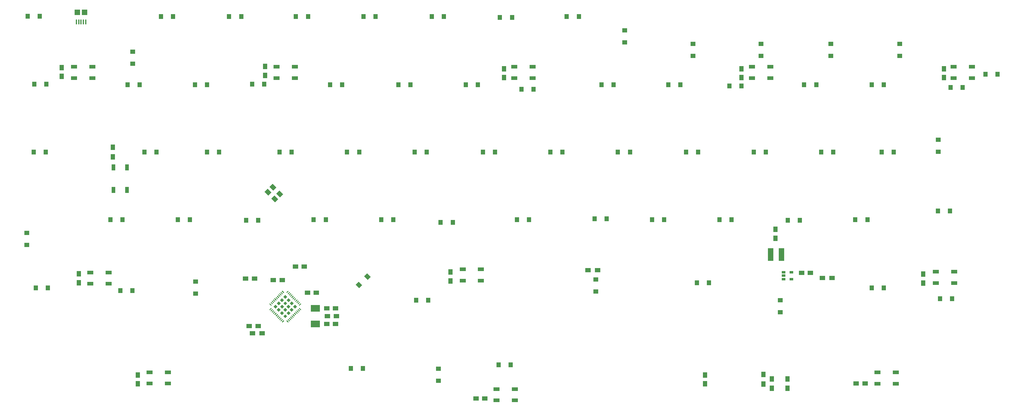
<source format=gbp>
G04 #@! TF.FileFunction,Paste,Bot*
%FSLAX46Y46*%
G04 Gerber Fmt 4.6, Leading zero omitted, Abs format (unit mm)*
G04 Created by KiCad (PCBNEW 4.0.7+dfsg1-1) date Sat Oct 21 17:46:25 2017*
%MOMM*%
%LPD*%
G01*
G04 APERTURE LIST*
%ADD10C,0.100000*%
%ADD11R,1.500000X1.250000*%
%ADD12R,1.250000X1.500000*%
%ADD13R,1.200000X1.400000*%
%ADD14R,1.400000X1.200000*%
%ADD15R,1.500000X3.600000*%
%ADD16R,1.300000X1.500000*%
%ADD17R,1.500000X1.300000*%
%ADD18R,1.651000X1.000000*%
%ADD19R,1.000000X1.700000*%
%ADD20R,1.060000X0.650000*%
%ADD21R,2.500000X1.900000*%
%ADD22R,1.500000X1.500000*%
%ADD23R,0.400000X1.350000*%
G04 APERTURE END LIST*
D10*
G36*
X140300495Y-119648444D02*
X140477272Y-119825221D01*
X139982297Y-120320196D01*
X139805520Y-120143419D01*
X140300495Y-119648444D01*
X140300495Y-119648444D01*
G37*
G36*
X140654048Y-120001997D02*
X140830825Y-120178774D01*
X140335850Y-120673749D01*
X140159073Y-120496972D01*
X140654048Y-120001997D01*
X140654048Y-120001997D01*
G37*
G36*
X141007602Y-120355551D02*
X141184379Y-120532328D01*
X140689404Y-121027303D01*
X140512627Y-120850526D01*
X141007602Y-120355551D01*
X141007602Y-120355551D01*
G37*
G36*
X141361155Y-120709104D02*
X141537932Y-120885881D01*
X141042957Y-121380856D01*
X140866180Y-121204079D01*
X141361155Y-120709104D01*
X141361155Y-120709104D01*
G37*
G36*
X141714709Y-121062658D02*
X141891486Y-121239435D01*
X141396511Y-121734410D01*
X141219734Y-121557633D01*
X141714709Y-121062658D01*
X141714709Y-121062658D01*
G37*
G36*
X142068262Y-121416211D02*
X142245039Y-121592988D01*
X141750064Y-122087963D01*
X141573287Y-121911186D01*
X142068262Y-121416211D01*
X142068262Y-121416211D01*
G37*
G36*
X142421815Y-121769764D02*
X142598592Y-121946541D01*
X142103617Y-122441516D01*
X141926840Y-122264739D01*
X142421815Y-121769764D01*
X142421815Y-121769764D01*
G37*
G36*
X142775369Y-122123318D02*
X142952146Y-122300095D01*
X142457171Y-122795070D01*
X142280394Y-122618293D01*
X142775369Y-122123318D01*
X142775369Y-122123318D01*
G37*
G36*
X143128922Y-122476871D02*
X143305699Y-122653648D01*
X142810724Y-123148623D01*
X142633947Y-122971846D01*
X143128922Y-122476871D01*
X143128922Y-122476871D01*
G37*
G36*
X143482476Y-122830425D02*
X143659253Y-123007202D01*
X143164278Y-123502177D01*
X142987501Y-123325400D01*
X143482476Y-122830425D01*
X143482476Y-122830425D01*
G37*
G36*
X143836029Y-123183978D02*
X144012806Y-123360755D01*
X143517831Y-123855730D01*
X143341054Y-123678953D01*
X143836029Y-123183978D01*
X143836029Y-123183978D01*
G37*
G36*
X144012806Y-124951745D02*
X143836029Y-125128522D01*
X143341054Y-124633547D01*
X143517831Y-124456770D01*
X144012806Y-124951745D01*
X144012806Y-124951745D01*
G37*
G36*
X143659253Y-125305298D02*
X143482476Y-125482075D01*
X142987501Y-124987100D01*
X143164278Y-124810323D01*
X143659253Y-125305298D01*
X143659253Y-125305298D01*
G37*
G36*
X143305699Y-125658852D02*
X143128922Y-125835629D01*
X142633947Y-125340654D01*
X142810724Y-125163877D01*
X143305699Y-125658852D01*
X143305699Y-125658852D01*
G37*
G36*
X142952146Y-126012405D02*
X142775369Y-126189182D01*
X142280394Y-125694207D01*
X142457171Y-125517430D01*
X142952146Y-126012405D01*
X142952146Y-126012405D01*
G37*
G36*
X142598592Y-126365959D02*
X142421815Y-126542736D01*
X141926840Y-126047761D01*
X142103617Y-125870984D01*
X142598592Y-126365959D01*
X142598592Y-126365959D01*
G37*
G36*
X142245039Y-126719512D02*
X142068262Y-126896289D01*
X141573287Y-126401314D01*
X141750064Y-126224537D01*
X142245039Y-126719512D01*
X142245039Y-126719512D01*
G37*
G36*
X141891486Y-127073065D02*
X141714709Y-127249842D01*
X141219734Y-126754867D01*
X141396511Y-126578090D01*
X141891486Y-127073065D01*
X141891486Y-127073065D01*
G37*
G36*
X141537932Y-127426619D02*
X141361155Y-127603396D01*
X140866180Y-127108421D01*
X141042957Y-126931644D01*
X141537932Y-127426619D01*
X141537932Y-127426619D01*
G37*
G36*
X141184379Y-127780172D02*
X141007602Y-127956949D01*
X140512627Y-127461974D01*
X140689404Y-127285197D01*
X141184379Y-127780172D01*
X141184379Y-127780172D01*
G37*
G36*
X140830825Y-128133726D02*
X140654048Y-128310503D01*
X140159073Y-127815528D01*
X140335850Y-127638751D01*
X140830825Y-128133726D01*
X140830825Y-128133726D01*
G37*
G36*
X140477272Y-128487279D02*
X140300495Y-128664056D01*
X139805520Y-128169081D01*
X139982297Y-127992304D01*
X140477272Y-128487279D01*
X140477272Y-128487279D01*
G37*
G36*
X139027703Y-127992304D02*
X139204480Y-128169081D01*
X138709505Y-128664056D01*
X138532728Y-128487279D01*
X139027703Y-127992304D01*
X139027703Y-127992304D01*
G37*
G36*
X138674150Y-127638751D02*
X138850927Y-127815528D01*
X138355952Y-128310503D01*
X138179175Y-128133726D01*
X138674150Y-127638751D01*
X138674150Y-127638751D01*
G37*
G36*
X138320596Y-127285197D02*
X138497373Y-127461974D01*
X138002398Y-127956949D01*
X137825621Y-127780172D01*
X138320596Y-127285197D01*
X138320596Y-127285197D01*
G37*
G36*
X137967043Y-126931644D02*
X138143820Y-127108421D01*
X137648845Y-127603396D01*
X137472068Y-127426619D01*
X137967043Y-126931644D01*
X137967043Y-126931644D01*
G37*
G36*
X137613489Y-126578090D02*
X137790266Y-126754867D01*
X137295291Y-127249842D01*
X137118514Y-127073065D01*
X137613489Y-126578090D01*
X137613489Y-126578090D01*
G37*
G36*
X137259936Y-126224537D02*
X137436713Y-126401314D01*
X136941738Y-126896289D01*
X136764961Y-126719512D01*
X137259936Y-126224537D01*
X137259936Y-126224537D01*
G37*
G36*
X136906383Y-125870984D02*
X137083160Y-126047761D01*
X136588185Y-126542736D01*
X136411408Y-126365959D01*
X136906383Y-125870984D01*
X136906383Y-125870984D01*
G37*
G36*
X136552829Y-125517430D02*
X136729606Y-125694207D01*
X136234631Y-126189182D01*
X136057854Y-126012405D01*
X136552829Y-125517430D01*
X136552829Y-125517430D01*
G37*
G36*
X136199276Y-125163877D02*
X136376053Y-125340654D01*
X135881078Y-125835629D01*
X135704301Y-125658852D01*
X136199276Y-125163877D01*
X136199276Y-125163877D01*
G37*
G36*
X135845722Y-124810323D02*
X136022499Y-124987100D01*
X135527524Y-125482075D01*
X135350747Y-125305298D01*
X135845722Y-124810323D01*
X135845722Y-124810323D01*
G37*
G36*
X135492169Y-124456770D02*
X135668946Y-124633547D01*
X135173971Y-125128522D01*
X134997194Y-124951745D01*
X135492169Y-124456770D01*
X135492169Y-124456770D01*
G37*
G36*
X135668946Y-123678953D02*
X135492169Y-123855730D01*
X134997194Y-123360755D01*
X135173971Y-123183978D01*
X135668946Y-123678953D01*
X135668946Y-123678953D01*
G37*
G36*
X136022499Y-123325400D02*
X135845722Y-123502177D01*
X135350747Y-123007202D01*
X135527524Y-122830425D01*
X136022499Y-123325400D01*
X136022499Y-123325400D01*
G37*
G36*
X136376053Y-122971846D02*
X136199276Y-123148623D01*
X135704301Y-122653648D01*
X135881078Y-122476871D01*
X136376053Y-122971846D01*
X136376053Y-122971846D01*
G37*
G36*
X136729606Y-122618293D02*
X136552829Y-122795070D01*
X136057854Y-122300095D01*
X136234631Y-122123318D01*
X136729606Y-122618293D01*
X136729606Y-122618293D01*
G37*
G36*
X137083160Y-122264739D02*
X136906383Y-122441516D01*
X136411408Y-121946541D01*
X136588185Y-121769764D01*
X137083160Y-122264739D01*
X137083160Y-122264739D01*
G37*
G36*
X137436713Y-121911186D02*
X137259936Y-122087963D01*
X136764961Y-121592988D01*
X136941738Y-121416211D01*
X137436713Y-121911186D01*
X137436713Y-121911186D01*
G37*
G36*
X137790266Y-121557633D02*
X137613489Y-121734410D01*
X137118514Y-121239435D01*
X137295291Y-121062658D01*
X137790266Y-121557633D01*
X137790266Y-121557633D01*
G37*
G36*
X138143820Y-121204079D02*
X137967043Y-121380856D01*
X137472068Y-120885881D01*
X137648845Y-120709104D01*
X138143820Y-121204079D01*
X138143820Y-121204079D01*
G37*
G36*
X138497373Y-120850526D02*
X138320596Y-121027303D01*
X137825621Y-120532328D01*
X138002398Y-120355551D01*
X138497373Y-120850526D01*
X138497373Y-120850526D01*
G37*
G36*
X138850927Y-120496972D02*
X138674150Y-120673749D01*
X138179175Y-120178774D01*
X138355952Y-120001997D01*
X138850927Y-120496972D01*
X138850927Y-120496972D01*
G37*
G36*
X139204480Y-120143419D02*
X139027703Y-120320196D01*
X138532728Y-119825221D01*
X138709505Y-119648444D01*
X139204480Y-120143419D01*
X139204480Y-120143419D01*
G37*
G36*
X139505000Y-126341210D02*
X140051240Y-126887450D01*
X139505000Y-127433690D01*
X138958760Y-126887450D01*
X139505000Y-126341210D01*
X139505000Y-126341210D01*
G37*
G36*
X138594600Y-125430810D02*
X139140840Y-125977050D01*
X138594600Y-126523290D01*
X138048360Y-125977050D01*
X138594600Y-125430810D01*
X138594600Y-125430810D01*
G37*
G36*
X137684200Y-124520410D02*
X138230440Y-125066650D01*
X137684200Y-125612890D01*
X137137960Y-125066650D01*
X137684200Y-124520410D01*
X137684200Y-124520410D01*
G37*
G36*
X136773800Y-123610010D02*
X137320040Y-124156250D01*
X136773800Y-124702490D01*
X136227560Y-124156250D01*
X136773800Y-123610010D01*
X136773800Y-123610010D01*
G37*
G36*
X140415400Y-125430810D02*
X140961640Y-125977050D01*
X140415400Y-126523290D01*
X139869160Y-125977050D01*
X140415400Y-125430810D01*
X140415400Y-125430810D01*
G37*
G36*
X139505000Y-124520410D02*
X140051240Y-125066650D01*
X139505000Y-125612890D01*
X138958760Y-125066650D01*
X139505000Y-124520410D01*
X139505000Y-124520410D01*
G37*
G36*
X138594600Y-123610010D02*
X139140840Y-124156250D01*
X138594600Y-124702490D01*
X138048360Y-124156250D01*
X138594600Y-123610010D01*
X138594600Y-123610010D01*
G37*
G36*
X137684200Y-122699610D02*
X138230440Y-123245850D01*
X137684200Y-123792090D01*
X137137960Y-123245850D01*
X137684200Y-122699610D01*
X137684200Y-122699610D01*
G37*
G36*
X141325800Y-124520410D02*
X141872040Y-125066650D01*
X141325800Y-125612890D01*
X140779560Y-125066650D01*
X141325800Y-124520410D01*
X141325800Y-124520410D01*
G37*
G36*
X140415400Y-123610010D02*
X140961640Y-124156250D01*
X140415400Y-124702490D01*
X139869160Y-124156250D01*
X140415400Y-123610010D01*
X140415400Y-123610010D01*
G37*
G36*
X139505000Y-122699610D02*
X140051240Y-123245850D01*
X139505000Y-123792090D01*
X138958760Y-123245850D01*
X139505000Y-122699610D01*
X139505000Y-122699610D01*
G37*
G36*
X138594600Y-121789210D02*
X139140840Y-122335450D01*
X138594600Y-122881690D01*
X138048360Y-122335450D01*
X138594600Y-121789210D01*
X138594600Y-121789210D01*
G37*
G36*
X142236200Y-123610010D02*
X142782440Y-124156250D01*
X142236200Y-124702490D01*
X141689960Y-124156250D01*
X142236200Y-123610010D01*
X142236200Y-123610010D01*
G37*
G36*
X141325800Y-122699610D02*
X141872040Y-123245850D01*
X141325800Y-123792090D01*
X140779560Y-123245850D01*
X141325800Y-122699610D01*
X141325800Y-122699610D01*
G37*
G36*
X140415400Y-121789210D02*
X140961640Y-122335450D01*
X140415400Y-122881690D01*
X139869160Y-122335450D01*
X140415400Y-121789210D01*
X140415400Y-121789210D01*
G37*
G36*
X139505000Y-120878810D02*
X140051240Y-121425050D01*
X139505000Y-121971290D01*
X138958760Y-121425050D01*
X139505000Y-120878810D01*
X139505000Y-120878810D01*
G37*
D11*
X151163750Y-124656250D03*
X153663750Y-124656250D03*
X151163750Y-129056250D03*
X153663750Y-129056250D03*
X138663750Y-116656250D03*
X136163750Y-116656250D03*
X131855000Y-129656250D03*
X129355000Y-129656250D03*
X153863750Y-126856250D03*
X151363750Y-126856250D03*
X145763750Y-120256250D03*
X148263750Y-120256250D03*
X130863750Y-116256250D03*
X128363750Y-116256250D03*
X142363750Y-112856250D03*
X144863750Y-112856250D03*
D12*
X257605000Y-143406250D03*
X257605000Y-145906250D03*
D11*
X287263750Y-114656250D03*
X284763750Y-114656250D03*
D12*
X277413750Y-102406250D03*
X277413750Y-104906250D03*
X186005000Y-116906250D03*
X186005000Y-114406250D03*
X81445000Y-117431250D03*
X81445000Y-114931250D03*
X76605000Y-59306250D03*
X76605000Y-56806250D03*
X133845000Y-59031250D03*
X133845000Y-56531250D03*
X201045000Y-59631250D03*
X201045000Y-57131250D03*
X267845000Y-59631250D03*
X267845000Y-57131250D03*
X324845000Y-59631250D03*
X324845000Y-57131250D03*
X319005000Y-117506250D03*
X319005000Y-115006250D03*
D11*
X302655000Y-145856250D03*
X300155000Y-145856250D03*
X195655000Y-150056250D03*
X193155000Y-150056250D03*
D12*
X98030000Y-145931250D03*
X98030000Y-143431250D03*
D13*
X66993750Y-42337500D03*
X70393750Y-42337500D03*
X68913750Y-61456250D03*
X72313750Y-61456250D03*
X68705000Y-80656250D03*
X72105000Y-80656250D03*
D14*
X66805000Y-106756250D03*
X66805000Y-103356250D03*
D13*
X72705000Y-118856250D03*
X69305000Y-118856250D03*
X180705000Y-42456250D03*
X184105000Y-42456250D03*
D14*
X96613750Y-55756250D03*
X96613750Y-52356250D03*
D13*
X95105000Y-61656250D03*
X98505000Y-61656250D03*
X99905000Y-80656250D03*
X103305000Y-80656250D03*
X90305000Y-99656250D03*
X93705000Y-99656250D03*
X96513750Y-119656250D03*
X93113750Y-119656250D03*
X104505000Y-42456250D03*
X107905000Y-42456250D03*
X114105000Y-61656250D03*
X117505000Y-61656250D03*
X117513750Y-80656250D03*
X120913750Y-80656250D03*
X109305000Y-99656250D03*
X112705000Y-99656250D03*
D14*
X114245000Y-117081250D03*
X114245000Y-120481250D03*
D13*
X123705000Y-42456250D03*
X127105000Y-42456250D03*
X130205000Y-61456250D03*
X133605000Y-61456250D03*
X137905000Y-80656250D03*
X141305000Y-80656250D03*
X128505000Y-99856250D03*
X131905000Y-99856250D03*
X157945000Y-141581250D03*
X161345000Y-141581250D03*
X142505000Y-42456250D03*
X145905000Y-42456250D03*
X152105000Y-61656250D03*
X155505000Y-61656250D03*
X156905000Y-80656250D03*
X160305000Y-80656250D03*
X147505000Y-99656250D03*
X150905000Y-99656250D03*
D14*
X182645000Y-145081250D03*
X182645000Y-141681250D03*
D13*
X161505000Y-42456250D03*
X164905000Y-42456250D03*
X171305000Y-61656250D03*
X174705000Y-61656250D03*
X175905000Y-80656250D03*
X179305000Y-80656250D03*
X166505000Y-99656250D03*
X169905000Y-99656250D03*
D10*
G36*
X162686543Y-116573407D02*
X161696593Y-115583457D01*
X162545121Y-114734929D01*
X163535071Y-115724879D01*
X162686543Y-116573407D01*
X162686543Y-116573407D01*
G37*
G36*
X160282379Y-118977571D02*
X159292429Y-117987621D01*
X160140957Y-117139093D01*
X161130907Y-118129043D01*
X160282379Y-118977571D01*
X160282379Y-118977571D01*
G37*
D13*
X190305000Y-61656250D03*
X193705000Y-61656250D03*
X195105000Y-80656250D03*
X198505000Y-80656250D03*
X183230000Y-100456250D03*
X186630000Y-100456250D03*
X176345000Y-122381250D03*
X179745000Y-122381250D03*
X199905000Y-42656250D03*
X203305000Y-42656250D03*
X205955000Y-62956250D03*
X209355000Y-62956250D03*
X214105000Y-80656250D03*
X217505000Y-80656250D03*
X204705000Y-99656250D03*
X208105000Y-99656250D03*
X218705000Y-42456250D03*
X222105000Y-42456250D03*
X228505000Y-61656250D03*
X231905000Y-61656250D03*
X233105000Y-80656250D03*
X236505000Y-80656250D03*
X229913750Y-99456250D03*
X226513750Y-99456250D03*
D14*
X235005000Y-49756250D03*
X235005000Y-46356250D03*
D13*
X247305000Y-61656250D03*
X250705000Y-61656250D03*
X252305000Y-80656250D03*
X255705000Y-80656250D03*
X242705000Y-99656250D03*
X246105000Y-99656250D03*
X336505000Y-58656250D03*
X339905000Y-58656250D03*
D14*
X254205000Y-53556250D03*
X254205000Y-50156250D03*
D13*
X264455000Y-61956250D03*
X267855000Y-61956250D03*
X271305000Y-80656250D03*
X274705000Y-80656250D03*
X261705000Y-99656250D03*
X265105000Y-99656250D03*
X255305000Y-117456250D03*
X258705000Y-117456250D03*
D14*
X273405000Y-53556250D03*
X273405000Y-50156250D03*
D13*
X285505000Y-61656250D03*
X288905000Y-61656250D03*
X290305000Y-80656250D03*
X293705000Y-80656250D03*
X280905000Y-99856250D03*
X284305000Y-99856250D03*
D14*
X278813750Y-125756250D03*
X278813750Y-122356250D03*
D13*
X304505000Y-61656250D03*
X307905000Y-61656250D03*
X307313750Y-80656250D03*
X310713750Y-80656250D03*
X299905000Y-99656250D03*
X303305000Y-99656250D03*
X304505000Y-118856250D03*
X307905000Y-118856250D03*
D14*
X312413750Y-53556250D03*
X312413750Y-50156250D03*
D13*
X326705000Y-62456250D03*
X330105000Y-62456250D03*
D14*
X323213750Y-77156250D03*
X323213750Y-80556250D03*
D13*
X323145000Y-97181250D03*
X326545000Y-97181250D03*
X323705000Y-121956250D03*
X327105000Y-121956250D03*
D14*
X293013750Y-53556250D03*
X293013750Y-50156250D03*
D15*
X279138750Y-109456250D03*
X276088750Y-109456250D03*
D16*
X91005000Y-79306250D03*
X91005000Y-82006250D03*
D17*
X130255000Y-131656250D03*
X132955000Y-131656250D03*
D10*
G36*
X137558293Y-93881555D02*
X136639055Y-94800793D01*
X135578395Y-93740133D01*
X136497633Y-92820895D01*
X137558293Y-93881555D01*
X137558293Y-93881555D01*
G37*
G36*
X135649105Y-91972367D02*
X134729867Y-92891605D01*
X133669207Y-91830945D01*
X134588445Y-90911707D01*
X135649105Y-91972367D01*
X135649105Y-91972367D01*
G37*
G36*
X138949543Y-92481555D02*
X138030305Y-93400793D01*
X136969645Y-92340133D01*
X137888883Y-91420895D01*
X138949543Y-92481555D01*
X138949543Y-92481555D01*
G37*
G36*
X137040355Y-90572367D02*
X136121117Y-91491605D01*
X135060457Y-90430945D01*
X135979695Y-89511707D01*
X137040355Y-90572367D01*
X137040355Y-90572367D01*
G37*
D17*
X293363750Y-116056250D03*
X290663750Y-116056250D03*
X224655000Y-113856250D03*
X227355000Y-113856250D03*
D16*
X280805000Y-147206250D03*
X280805000Y-144506250D03*
X276405000Y-147206250D03*
X276405000Y-144506250D03*
X274005000Y-143306250D03*
X274005000Y-146006250D03*
D18*
X189428000Y-116856250D03*
X194582000Y-116856250D03*
X194582000Y-113656250D03*
X189428000Y-113656250D03*
X84666750Y-117731250D03*
X89820750Y-117731250D03*
X89820750Y-114531250D03*
X84666750Y-114531250D03*
X80078000Y-59806250D03*
X85232000Y-59806250D03*
X85232000Y-56606250D03*
X80078000Y-56606250D03*
X137078000Y-59806250D03*
X142232000Y-59806250D03*
X142232000Y-56606250D03*
X137078000Y-56606250D03*
X203978000Y-59756250D03*
X209132000Y-59756250D03*
X209132000Y-56556250D03*
X203978000Y-56556250D03*
X270828000Y-59806250D03*
X275982000Y-59806250D03*
X275982000Y-56606250D03*
X270828000Y-56606250D03*
X327578000Y-59806250D03*
X332732000Y-59806250D03*
X332732000Y-56606250D03*
X327578000Y-56606250D03*
X322578000Y-117556250D03*
X327732000Y-117556250D03*
X327732000Y-114356250D03*
X322578000Y-114356250D03*
X306153000Y-145881250D03*
X311307000Y-145881250D03*
X311307000Y-142681250D03*
X306153000Y-142681250D03*
X198966750Y-150593750D03*
X204120750Y-150593750D03*
X204120750Y-147393750D03*
X198966750Y-147393750D03*
X101328000Y-145856250D03*
X106482000Y-145856250D03*
X106482000Y-142656250D03*
X101328000Y-142656250D03*
D19*
X94956250Y-91281250D03*
X94956250Y-84981250D03*
X91156250Y-91281250D03*
X91156250Y-84981250D03*
D20*
X279713750Y-116406250D03*
X279713750Y-115456250D03*
X279713750Y-114506250D03*
X281913750Y-114506250D03*
X281913750Y-116406250D03*
D14*
X226845000Y-116481250D03*
X226845000Y-119881250D03*
D13*
X199545000Y-140581250D03*
X202945000Y-140581250D03*
D21*
X148013750Y-124656250D03*
X148013750Y-129056250D03*
D22*
X83045000Y-41281250D03*
D23*
X82045000Y-43981250D03*
X82695000Y-43981250D03*
X83345000Y-43981250D03*
X81395000Y-43981250D03*
X80745000Y-43981250D03*
D22*
X81045000Y-41281250D03*
M02*

</source>
